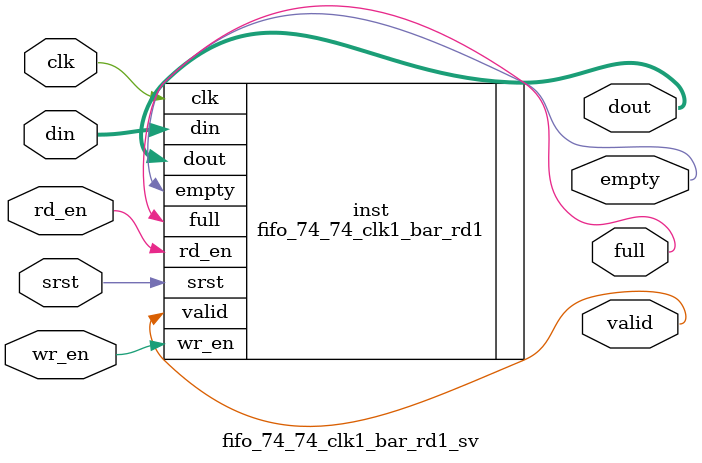
<source format=sv>


`timescale 1ps / 1ps

`include "vivado_interfaces.svh"

module fifo_74_74_clk1_bar_rd1_sv (
  (* X_INTERFACE_IGNORE = "true" *)
  input wire clk,
  (* X_INTERFACE_IGNORE = "true" *)
  input wire srst,
  (* X_INTERFACE_IGNORE = "true" *)
  input wire [73:0] din,
  (* X_INTERFACE_IGNORE = "true" *)
  input wire wr_en,
  (* X_INTERFACE_IGNORE = "true" *)
  input wire rd_en,
  (* X_INTERFACE_IGNORE = "true" *)
  output wire [73:0] dout,
  (* X_INTERFACE_IGNORE = "true" *)
  output wire full,
  (* X_INTERFACE_IGNORE = "true" *)
  output wire empty,
  (* X_INTERFACE_IGNORE = "true" *)
  output wire valid
);

  fifo_74_74_clk1_bar_rd1 inst (
    .clk(clk),
    .srst(srst),
    .din(din),
    .wr_en(wr_en),
    .rd_en(rd_en),
    .dout(dout),
    .full(full),
    .empty(empty),
    .valid(valid)
  );

endmodule

</source>
